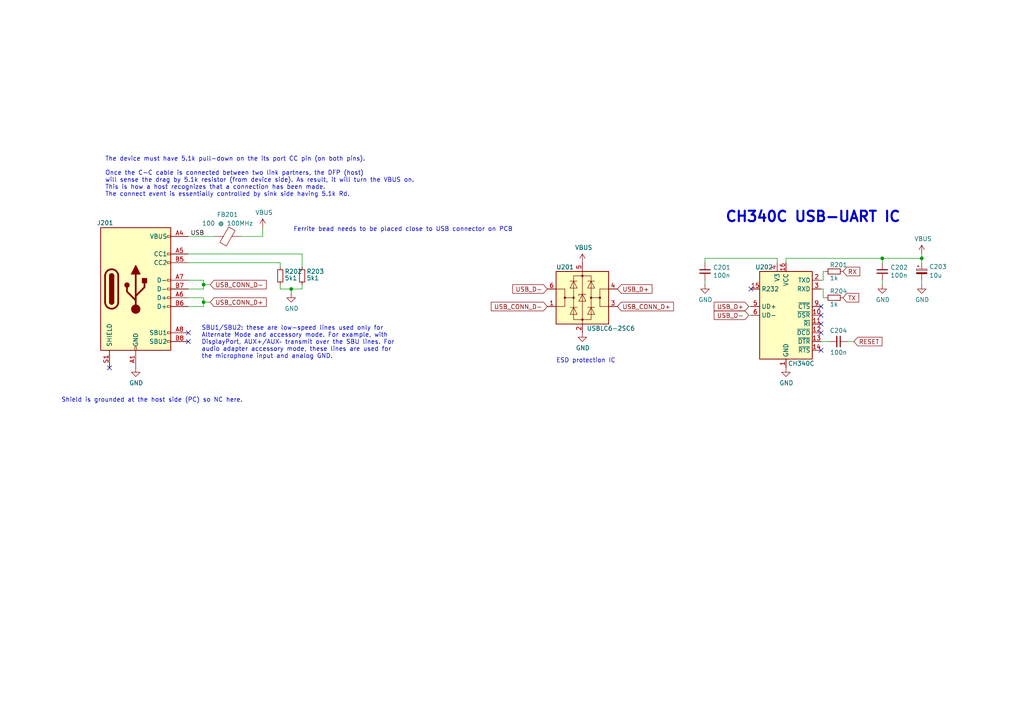
<source format=kicad_sch>
(kicad_sch (version 20211123) (generator eeschema)
  (paper "A4")
  (title_block (title "BoardGame") (date "2022-09-21") (rev "1"))
  (lib_symbols
    (symbol "Connector:USB_C_Receptacle_USB2.0" (pin_names (offset 1.016))
      (property "Reference" "J" (at -10.16 19.05 0))
      (property "Value" "USB_C_Receptacle_USB2.0" (at 19.05 19.05 0))
      (symbol "USB_C_Receptacle_USB2.0_0_0"
        (rectangle (start -0.254 -17.78) (end 0.254 -16.764))
        (rectangle (start 10.16 -14.986) (end 9.144 -15.494))
        (rectangle (start 10.16 -12.446) (end 9.144 -12.954))
        (rectangle (start 10.16 -4.826) (end 9.144 -5.334))
        (rectangle (start 10.16 -2.286) (end 9.144 -2.794))
        (rectangle (start 10.16 0.254) (end 9.144 -0.254))
        (rectangle (start 10.16 2.794) (end 9.144 2.286))
        (rectangle (start 10.16 7.874) (end 9.144 7.366))
        (rectangle (start 10.16 10.414) (end 9.144 9.906))
        (rectangle (start 10.16 15.494) (end 9.144 14.986))
      )
      (symbol "USB_C_Receptacle_USB2.0_0_1"
        (rectangle (start -10.16 17.78) (end 10.16 -17.78) (stroke (width 0.254)) (fill (type background)))
        (arc (start -8.89 -3.81) (mid -6.985 -5.715) (end -5.08 -3.81) (stroke (width 0.508)))
        (arc (start -7.62 -3.81) (mid -6.985 -4.445) (end -6.35 -3.81) (stroke (width 0.254)))
        (arc (start -7.62 -3.81) (mid -6.985 -4.445) (end -6.35 -3.81) (stroke (width 0.254)) (fill (type outline)))
        (rectangle (start -7.62 -3.81) (end -6.35 3.81) (stroke (width 0.254)) (fill (type outline)))
        (arc (start -6.35 3.81) (mid -6.985 4.445) (end -7.62 3.81) (stroke (width 0.254)))
        (arc (start -6.35 3.81) (mid -6.985 4.445) (end -7.62 3.81) (stroke (width 0.254)) (fill (type outline)))
        (arc (start -5.08 3.81) (mid -6.985 5.715) (end -8.89 3.81) (stroke (width 0.508)))
        (circle (center -2.54 1.143) (radius 0.635) (stroke (width 0.254)) (fill (type outline)))
        (circle (center 0 -5.842) (radius 1.27) (fill (type outline)))
        (polyline (pts (xy -8.89 -3.81) (xy -8.89 3.81)) (stroke (width 0.508)))
        (polyline (pts (xy -5.08 3.81) (xy -5.08 -3.81)) (stroke (width 0.508)))
        (polyline (pts (xy 0 -5.842) (xy 0 4.318)) (stroke (width 0.508)))
        (polyline (pts (xy 0 -3.302) (xy -2.54 -0.762) (xy -2.54 0.508)) (stroke (width 0.508)))
        (polyline (pts (xy 0 -2.032) (xy 2.54 0.508) (xy 2.54 1.778)) (stroke (width 0.508)))
        (polyline (pts (xy -1.27 4.318) (xy 0 6.858) (xy 1.27 4.318) (xy -1.27 4.318)) (stroke (width 0.254)) (fill (type outline)))
        (rectangle (start 1.905 1.778) (end 3.175 3.048) (stroke (width 0.254)) (fill (type outline)))
      )
      (symbol "USB_C_Receptacle_USB2.0_1_1"
        (pin passive line (at 0 -22.86 90) (length 5.08) (name "GND") (number "A1"))
        (pin passive line (at 0 -22.86 90) (length 5.08) hide (name "GND") (number "A12"))
        (pin passive line (at 15.24 15.24 180) (length 5.08) (name "VBUS") (number "A4"))
        (pin bidirectional line (at 15.24 10.16 180) (length 5.08) (name "CC1") (number "A5"))
        (pin bidirectional line (at 15.24 -2.54 180) (length 5.08) (name "D+") (number "A6"))
        (pin bidirectional line (at 15.24 2.54 180) (length 5.08) (name "D-") (number "A7"))
        (pin bidirectional line (at 15.24 -12.7 180) (length 5.08) (name "SBU1") (number "A8"))
        (pin passive line (at 15.24 15.24 180) (length 5.08) hide (name "VBUS") (number "A9"))
        (pin passive line (at 0 -22.86 90) (length 5.08) hide (name "GND") (number "B1"))
        (pin passive line (at 0 -22.86 90) (length 5.08) hide (name "GND") (number "B12"))
        (pin passive line (at 15.24 15.24 180) (length 5.08) hide (name "VBUS") (number "B4"))
        (pin bidirectional line (at 15.24 7.62 180) (length 5.08) (name "CC2") (number "B5"))
        (pin bidirectional line (at 15.24 -5.08 180) (length 5.08) (name "D+") (number "B6"))
        (pin bidirectional line (at 15.24 0 180) (length 5.08) (name "D-") (number "B7"))
        (pin bidirectional line (at 15.24 -15.24 180) (length 5.08) (name "SBU2") (number "B8"))
        (pin passive line (at 15.24 15.24 180) (length 5.08) hide (name "VBUS") (number "B9"))
        (pin passive line (at -7.62 -22.86 90) (length 5.08) (name "SHIELD") (number "S1"))
      )
    )
    (symbol "Device:C_Polarized_Small" (pin_numbers hide) (pin_names (offset 0.254) hide)
      (property "Reference" "C" (at 0.254 1.778 0))
      (property "Value" "C_Polarized_Small" (at 0.254 -2.032 0))
      (symbol "C_Polarized_Small_0_1"
        (rectangle (start -1.524 -0.3048) (end 1.524 -0.6858) (fill (type outline)))
        (rectangle (start -1.524 0.6858) (end 1.524 0.3048))
        (polyline (pts (xy -1.27 1.524) (xy -0.762 1.524)))
        (polyline (pts (xy -1.016 1.27) (xy -1.016 1.778)))
      )
      (symbol "C_Polarized_Small_1_1"
        (pin passive line (at 0 2.54 270) (length 1.8542) (name "~") (number "1"))
        (pin passive line (at 0 -2.54 90) (length 1.8542) (name "~") (number "2"))
      )
    )
    (symbol "Device:C_Small" (pin_numbers hide) (pin_names (offset 0.254) hide)
      (property "Reference" "C" (at 0.254 1.778 0))
      (property "Value" "C_Small" (at 0.254 -2.032 0))
      (symbol "C_Small_0_1"
        (polyline (pts (xy -1.524 -0.508) (xy 1.524 -0.508)) (stroke (width 0.3302)))
        (polyline (pts (xy -1.524 0.508) (xy 1.524 0.508)) (stroke (width 0.3048)))
      )
      (symbol "C_Small_1_1"
        (pin passive line (at 0 2.54 270) (length 2.032) (name "~") (number "1"))
        (pin passive line (at 0 -2.54 90) (length 2.032) (name "~") (number "2"))
      )
    )
    (symbol "Device:FerriteBead" (pin_numbers hide) (pin_names (offset 0))
      (property "Reference" "FB" (at -3.81 0.635 90))
      (property "Value" "FerriteBead" (at 3.81 0 90))
      (symbol "FerriteBead_0_1"
        (polyline (pts (xy 0 -1.27) (xy 0 -1.2192)))
        (polyline (pts (xy 0 1.27) (xy 0 1.2954)))
        (polyline (pts (xy -2.7686 0.4064) (xy -1.7018 2.2606) (xy 2.7686 -0.3048) (xy 1.6764 -2.159) (xy -2.7686 0.4064)))
      )
      (symbol "FerriteBead_1_1"
        (pin passive line (at 0 3.81 270) (length 2.54) (name "~") (number "1"))
        (pin passive line (at 0 -3.81 90) (length 2.54) (name "~") (number "2"))
      )
    )
    (symbol "Device:R_Small" (pin_numbers hide) (pin_names (offset 0.254) hide)
      (property "Reference" "R" (at 0.762 0.508 0))
      (property "Value" "R_Small" (at 0.762 -1.016 0))
      (symbol "R_Small_0_1"
        (rectangle (start -0.762 1.778) (end 0.762 -1.778) (stroke (width 0.2032)))
      )
      (symbol "R_Small_1_1"
        (pin passive line (at 0 2.54 270) (length 0.762) (name "~") (number "1"))
        (pin passive line (at 0 -2.54 90) (length 0.762) (name "~") (number "2"))
      )
    )
    (symbol "Interface_USB:CH340C"
      (property "Reference" "U" (at -5.08 13.97 0))
      (property "Value" "CH340C" (at 1.27 13.97 0))
      (symbol "CH340C_0_1"
        (rectangle (start -7.62 12.7) (end 7.62 -12.7) (stroke (width 0.254)) (fill (type background)))
      )
      (symbol "CH340C_1_1"
        (pin power_in line (at 0 -15.24 90) (length 2.54) (name "GND") (number "1"))
        (pin input line (at 10.16 0 180) (length 2.54) (name "~{DSR}") (number "10"))
        (pin input line (at 10.16 -2.54 180) (length 2.54) (name "~{RI}") (number "11"))
        (pin input line (at 10.16 -5.08 180) (length 2.54) (name "~{DCD}") (number "12"))
        (pin output line (at 10.16 -7.62 180) (length 2.54) (name "~{DTR}") (number "13"))
        (pin output line (at 10.16 -10.16 180) (length 2.54) (name "~{RTS}") (number "14"))
        (pin input line (at -10.16 7.62 0) (length 2.54) (name "R232") (number "15"))
        (pin power_in line (at 0 15.24 270) (length 2.54) (name "VCC") (number "16"))
        (pin output line (at 10.16 10.16 180) (length 2.54) (name "TXD") (number "2"))
        (pin input line (at 10.16 7.62 180) (length 2.54) (name "RXD") (number "3"))
        (pin passive line (at -2.54 15.24 270) (length 2.54) (name "V3") (number "4"))
        (pin bidirectional line (at -10.16 2.54 0) (length 2.54) (name "UD+") (number "5"))
        (pin bidirectional line (at -10.16 0 0) (length 2.54) (name "UD-") (number "6"))
        (pin no_connect line (at -7.62 -7.62 0) (length 2.54) hide (name "NC") (number "7"))
        (pin no_connect line (at -7.62 -10.16 0) (length 2.54) hide (name "NC") (number "8"))
        (pin input line (at 10.16 2.54 180) (length 2.54) (name "~{CTS}") (number "9"))
      )
    )
    (symbol "Power_Protection:USBLC6-2SC6" (pin_names hide)
      (property "Reference" "U" (at 2.54 8.89 0))
      (property "Value" "USBLC6-2SC6" (at 2.54 -8.89 0))
      (symbol "USBLC6-2SC6_0_1"
        (rectangle (start -7.62 -7.62) (end 7.62 7.62) (stroke (width 0.254)) (fill (type background)))
        (circle (center -5.08 0) (radius 0.254) (fill (type outline)))
        (circle (center -2.54 0) (radius 0.254) (fill (type outline)))
        (rectangle (start -2.54 6.35) (end 2.54 -6.35))
        (circle (center 0 -6.35) (radius 0.254) (fill (type outline)))
        (polyline (pts (xy -5.08 -2.54) (xy -7.62 -2.54)))
        (polyline (pts (xy -5.08 0) (xy -5.08 -2.54)))
        (polyline (pts (xy -5.08 2.54) (xy -7.62 2.54)))
        (polyline (pts (xy -1.524 -2.794) (xy -3.556 -2.794)))
        (polyline (pts (xy -1.524 4.826) (xy -3.556 4.826)))
        (polyline (pts (xy 0 -7.62) (xy 0 -6.35)))
        (polyline (pts (xy 0 -6.35) (xy 0 1.27)))
        (polyline (pts (xy 0 1.27) (xy 0 6.35)))
        (polyline (pts (xy 0 6.35) (xy 0 7.62)))
        (polyline (pts (xy 1.524 -2.794) (xy 3.556 -2.794)))
        (polyline (pts (xy 1.524 4.826) (xy 3.556 4.826)))
        (polyline (pts (xy 5.08 -2.54) (xy 7.62 -2.54)))
        (polyline (pts (xy 5.08 0) (xy 5.08 -2.54)))
        (polyline (pts (xy 5.08 2.54) (xy 7.62 2.54)))
        (polyline (pts (xy -2.54 0) (xy -5.08 0) (xy -5.08 2.54)))
        (polyline (pts (xy 2.54 0) (xy 5.08 0) (xy 5.08 2.54)))
        (polyline (pts (xy -3.556 -4.826) (xy -1.524 -4.826) (xy -2.54 -2.794) (xy -3.556 -4.826)))
        (polyline (pts (xy -3.556 2.794) (xy -1.524 2.794) (xy -2.54 4.826) (xy -3.556 2.794)))
        (polyline (pts (xy -1.016 -1.016) (xy 1.016 -1.016) (xy 0 1.016) (xy -1.016 -1.016)))
        (polyline (pts (xy 1.016 1.016) (xy 0.762 1.016) (xy -1.016 1.016) (xy -1.016 0.508)))
        (polyline (pts (xy 3.556 -4.826) (xy 1.524 -4.826) (xy 2.54 -2.794) (xy 3.556 -4.826)))
        (polyline (pts (xy 3.556 2.794) (xy 1.524 2.794) (xy 2.54 4.826) (xy 3.556 2.794)))
        (circle (center 0 6.35) (radius 0.254) (fill (type outline)))
        (circle (center 2.54 0) (radius 0.254) (fill (type outline)))
        (circle (center 5.08 0) (radius 0.254) (fill (type outline)))
      )
      (symbol "USBLC6-2SC6_1_1"
        (pin passive line (at -10.16 -2.54 0) (length 2.54) (name "I/O1") (number "1"))
        (pin passive line (at 0 -10.16 90) (length 2.54) (name "GND") (number "2"))
        (pin passive line (at 10.16 -2.54 180) (length 2.54) (name "I/O2") (number "3"))
        (pin passive line (at 10.16 2.54 180) (length 2.54) (name "I/O2") (number "4"))
        (pin passive line (at 0 10.16 270) (length 2.54) (name "VBUS") (number "5"))
        (pin passive line (at -10.16 2.54 0) (length 2.54) (name "I/O1") (number "6"))
      )
    )
    (symbol "power:GND" (power) (pin_names (offset 0))
      (property "Value" "GND" (at 0 -3.81 0))
      (symbol "GND_0_1"
        (polyline (pts (xy 0 0) (xy 0 -1.27) (xy 1.27 -1.27) (xy 0 -2.54) (xy -1.27 -1.27) (xy 0 -1.27)))
      )
      (symbol "GND_1_1"
        (pin power_in line (at 0 0 270) (length 0) hide (name "GND") (number "1"))
      )
    )
    (symbol "power:VBUS" (power) (pin_names (offset 0))
      (property "Value" "VBUS" (at 0 3.81 0))
      (symbol "VBUS_0_1"
        (polyline (pts (xy -0.762 1.27) (xy 0 2.54)))
        (polyline (pts (xy 0 0) (xy 0 2.54)))
        (polyline (pts (xy 0 2.54) (xy 0.762 1.27)))
      )
      (symbol "VBUS_1_1"
        (pin power_in line (at 0 0 90) (length 0) hide (name "VBUS") (number "1"))
      )
    )
  )
  (junction (at 59.055 82.55))
  (junction (at 267.335 74.93))
  (junction (at 255.905 74.93))
  (junction (at 84.455 83.82))
  (junction (at 59.055 87.63))
  (no_connect (at 31.75 106.68))
  (no_connect (at 238.125 101.6))
  (no_connect (at 54.61 99.06))
  (no_connect (at 238.125 96.52))
  (no_connect (at 238.125 91.44))
  (no_connect (at 238.125 93.98))
  (no_connect (at 54.61 96.52))
  (no_connect (at 238.125 88.9))
  (no_connect (at 217.805 83.82))
  (wire (pts (xy 255.905 82.55) (xy 255.905 81.28)))
  (wire (pts (xy 239.395 86.36) (xy 238.76 86.36)))
  (wire (pts (xy 255.905 74.93) (xy 267.335 74.93)))
  (wire (pts (xy 204.47 74.93) (xy 225.425 74.93)))
  (wire (pts (xy 217.17 88.9) (xy 217.805 88.9)))
  (wire (pts (xy 59.055 83.82) (xy 54.61 83.82)))
  (wire (pts (xy 54.61 81.28) (xy 59.055 81.28)))
  (wire (pts (xy 247.65 99.06) (xy 245.745 99.06)))
  (wire (pts (xy 81.28 83.82) (xy 84.455 83.82)))
  (wire (pts (xy 240.665 99.06) (xy 238.125 99.06)))
  (wire (pts (xy 238.76 83.82) (xy 238.125 83.82)))
  (wire (pts (xy 59.055 86.36) (xy 59.055 87.63)))
  (wire (pts (xy 59.055 81.28) (xy 59.055 82.55)))
  (wire (pts (xy 84.455 83.82) (xy 87.63 83.82)))
  (wire (pts (xy 267.335 73.66) (xy 267.335 74.93)))
  (wire (pts (xy 204.47 82.55) (xy 204.47 81.28)))
  (wire (pts (xy 238.125 81.28) (xy 238.76 81.28)))
  (wire (pts (xy 239.395 78.74) (xy 238.76 78.74)))
  (wire (pts (xy 227.965 76.2) (xy 227.965 74.93)))
  (wire (pts (xy 267.335 81.28) (xy 267.335 82.55)))
  (wire (pts (xy 76.2 68.58) (xy 76.2 66.04)))
  (wire (pts (xy 54.61 86.36) (xy 59.055 86.36)))
  (wire (pts (xy 227.965 74.93) (xy 255.905 74.93)))
  (wire (pts (xy 204.47 76.2) (xy 204.47 74.93)))
  (wire (pts (xy 54.61 73.66) (xy 87.63 73.66)))
  (wire (pts (xy 59.055 87.63) (xy 59.055 88.9)))
  (wire (pts (xy 238.76 86.36) (xy 238.76 83.82)))
  (wire (pts (xy 87.63 83.82) (xy 87.63 82.55)))
  (wire (pts (xy 59.055 88.9) (xy 54.61 88.9)))
  (wire (pts (xy 81.28 82.55) (xy 81.28 83.82)))
  (wire (pts (xy 238.76 78.74) (xy 238.76 81.28)))
  (wire (pts (xy 267.335 74.93) (xy 267.335 76.2)))
  (wire (pts (xy 81.28 76.2) (xy 81.28 77.47)))
  (wire (pts (xy 54.61 68.58) (xy 62.23 68.58)))
  (wire (pts (xy 255.905 74.93) (xy 255.905 76.2)))
  (wire (pts (xy 87.63 73.66) (xy 87.63 77.47)))
  (wire (pts (xy 59.055 82.55) (xy 60.96 82.55)))
  (wire (pts (xy 54.61 76.2) (xy 81.28 76.2)))
  (wire (pts (xy 59.055 87.63) (xy 60.96 87.63)))
  (wire (pts (xy 225.425 76.2) (xy 225.425 74.93)))
  (wire (pts (xy 59.055 82.55) (xy 59.055 83.82)))
  (wire (pts (xy 69.85 68.58) (xy 76.2 68.58)))
  (wire (pts (xy 217.17 91.44) (xy 217.805 91.44)))
  (wire (pts (xy 84.455 83.82) (xy 84.455 85.09)))
  (text "Shield is grounded at the host side (PC) so NC here." (at 17.78 116.84 0) (effects (font (size 1.27 1.27)) (justify left bottom)))
  (text "CH340C USB-UART IC" (at 210.185 64.77 0) (effects (font (size 3 3) (thickness 0.6) bold) (justify left bottom)))
  (text "ESD protection IC" (at 161.29 105.41 0) (effects (font (size 1.27 1.27)) (justify left bottom)))
  (text "The device must have 5.1k pull-down on the its port CC pin (on both pins).\n\nOnce the C-C cable is connected between two link partners, the DFP (host)\nwill sense the drag by 5.1k resistor (from device side). As result, it will turn the VBUS on.\nThis is how a host recognizes that a connection has been made.\nThe connect event is essentially controlled by sink side having 5.1k Rd." (at 30.48 57.15 0) (effects (font (size 1.27 1.27)) (justify left bottom)))
  (text "SBU1/SBU2: these are low-speed lines used only for\nAlternate Mode and accessory mode. For example, with\nDisplayPort, AUX+/AUX– transmit over the SBU lines. For\naudio adapter accessory mode, these lines are used for\nthe microphone input and analog GND." (at 58.42 104.14 0) (effects (font (size 1.27 1.27)) (justify left bottom)))
  (text "Ferrite bead needs to be placed close to USB connector on PCB" (at 85.09 67.31 0) (effects (font (size 1.27 1.27)) (justify left bottom)))
  (label "USB" (at 55.245 68.58 0))
  (global_label "USB_CONN_D+" (shape input) (at 179.07 88.9 0) (property "Intersheet References" "${INTERSHEET_REFS}" (effects hide)))
  (global_label "USB_D-" (shape input) (at 217.17 91.44 180) (property "Intersheet References" "${INTERSHEET_REFS}" (effects hide)))
  (global_label "USB_CONN_D-" (shape input) (at 158.75 88.9 180) (property "Intersheet References" "${INTERSHEET_REFS}" (effects hide)))
  (global_label "RESET" (shape input) (at 247.65 99.06 0) (property "Intersheet References" "${INTERSHEET_REFS}" (effects hide)))
  (global_label "USB_CONN_D-" (shape input) (at 60.96 82.55 0) (property "Intersheet References" "${INTERSHEET_REFS}" (effects hide)))
  (global_label "RX" (shape input) (at 244.475 78.74 0) (property "Intersheet References" "${INTERSHEET_REFS}" (effects hide)))
  (global_label "USB_CONN_D+" (shape input) (at 60.96 87.63 0) (property "Intersheet References" "${INTERSHEET_REFS}" (effects hide)))
  (global_label "USB_D+" (shape input) (at 217.17 88.9 180) (property "Intersheet References" "${INTERSHEET_REFS}" (effects hide)))
  (global_label "USB_D+" (shape input) (at 179.07 83.82 0) (property "Intersheet References" "${INTERSHEET_REFS}" (effects hide)))
  (global_label "TX" (shape input) (at 244.475 86.36 0) (property "Intersheet References" "${INTERSHEET_REFS}" (effects hide)))
  (global_label "USB_D-" (shape input) (at 158.75 83.82 180) (property "Intersheet References" "${INTERSHEET_REFS}" (effects hide)))
  (symbol (lib_id "Connector:USB_C_Receptacle_USB2.0") (at 39.37 83.82 0) (unit 1)
    (property "Reference" "J201" (at 30.48 64.643 0))
    (property "Value" "USB_C_Receptacle_USB2.0" (effects hide))
    (property "Footprint" "Footprints:USB_C_Receptacle_HRO_TYPE-C-31-M-12" (effects hide))
    (property "Datasheet" "https://www.usb.org/sites/default/files/documents/usb_type-c.zip" (effects hide))
    (property "Basic/Extended" "-" (effects hide))
    (property "JLCPCB Part #" "-" (effects hide))
    (property "Ostalo" "32976750426" (effects hide))
    (property "U labosu?" "da" (effects hide))
  )
  (symbol (lib_id "power:VBUS") (at 267.335 73.66 0) (unit 1)
    (property "Reference" "#PWR0202" (effects hide))
    (property "Value" "VBUS" (at 267.716 69.2658 0))
  )
  (symbol (lib_id "power:GND") (at 267.335 82.55 0) (unit 1)
    (property "Reference" "#PWR0206" (effects hide))
    (property "Value" "GND" (at 267.462 86.9442 0))
  )
  (symbol (lib_id "power:GND") (at 255.905 82.55 0) (unit 1)
    (property "Reference" "#PWR0205" (effects hide))
    (property "Value" "GND" (at 256.032 86.9442 0))
  )
  (symbol (lib_id "Device:C_Small") (at 255.905 78.74 0) (unit 1)
    (property "Reference" "C202" (at 258.2418 77.5716 0) (effects (justify left)))
    (property "Value" "100n" (at 258.2418 79.883 0) (effects (justify left)))
    (property "Footprint" "Capacitor_SMD:C_0603_1608Metric" (effects hide))
    (property "Basic/Extended" "Basic" (effects hide))
    (property "JLCPCB Part #" "C113803" (effects hide))
    (property "U labosu?" "ne" (effects hide))
  )
  (symbol (lib_id "Device:C_Small") (at 243.205 99.06 270) (unit 1)
    (property "Reference" "C204" (at 243.205 95.885 90))
    (property "Value" "100n" (at 243.205 102.235 90))
    (property "Footprint" "Capacitor_SMD:C_0603_1608Metric" (effects hide))
    (property "Basic/Extended" "Basic" (effects hide))
    (property "JLCPCB Part #" "C113803" (effects hide))
    (property "U labosu?" "ne" (effects hide))
  )
  (symbol (lib_id "Device:R_Small") (at 241.935 86.36 270) (unit 1)
    (property "Reference" "R204" (at 240.665 84.455 90) (effects (justify left)))
    (property "Value" "1k" (at 240.665 88.265 90) (effects (justify left)))
    (property "Footprint" "Resistor_SMD:R_0603_1608Metric" (effects hide))
    (property "U labosu?" "da" (effects hide))
  )
  (symbol (lib_id "power:VBUS") (at 168.91 76.2 0) (unit 1)
    (property "Reference" "#PWR0203" (effects hide))
    (property "Value" "VBUS" (at 169.291 71.8058 0))
  )
  (symbol (lib_id "power:GND") (at 84.455 85.09 0) (unit 1)
    (property "Reference" "#PWR0207" (effects hide))
    (property "Value" "GND" (at 84.582 89.4842 0))
  )
  (symbol (lib_id "Device:C_Small") (at 204.47 78.74 0) (unit 1)
    (property "Reference" "C201" (at 206.8068 77.5716 0) (effects (justify left)))
    (property "Value" "100n" (at 206.8068 79.883 0) (effects (justify left)))
    (property "Footprint" "Capacitor_SMD:C_0603_1608Metric" (effects hide))
    (property "U labosu?" "ne" (effects hide))
    (property "JLCPCB Part #" "C113803" (effects hide))
  )
  (symbol (lib_id "power:VBUS") (at 76.2 66.04 0) (unit 1)
    (property "Reference" "#PWR0201" (effects hide))
    (property "Value" "VBUS" (at 76.581 61.6458 0))
  )
  (symbol (lib_id "Device:R_Small") (at 81.28 80.01 0) (unit 1)
    (property "Reference" "R202" (at 82.55 78.74 0) (effects (justify left)))
    (property "Value" "5k1" (at 82.55 80.645 0) (effects (justify left)))
    (property "Footprint" "Resistor_SMD:R_0603_1608Metric" (effects hide))
    (property "JLCPCB Part #" "C3017721" (effects hide))
    (property "U labosu?" "ne" (effects hide))
  )
  (symbol (lib_id "Device:R_Small") (at 87.63 80.01 0) (unit 1)
    (property "Reference" "R203" (at 88.9 78.74 0) (effects (justify left)))
    (property "Value" "5k1" (at 88.9 80.645 0) (effects (justify left)))
    (property "Footprint" "Resistor_SMD:R_0603_1608Metric" (effects hide))
    (property "JLCPCB Part #" "C3017721" (effects hide))
    (property "U labosu?" "ne" (effects hide))
  )
  (symbol (lib_id "Interface_USB:CH340C") (at 227.965 91.44 0) (unit 1)
    (property "Reference" "U202" (at 221.615 77.47 0))
    (property "Value" "CH340C" (at 232.41 105.41 0))
    (property "Footprint" "Package_SO:SOIC-16_3.9x9.9mm_P1.27mm" (effects hide))
    (property "Datasheet" "https://datasheet.lcsc.com/szlcsc/Jiangsu-Qin-Heng-CH340C_C84681.pdf" (effects hide))
    (property "U labosu?" "da" (effects hide))
  )
  (symbol (lib_id "power:GND") (at 39.37 106.68 0) (unit 1)
    (property "Reference" "#PWR0209" (effects hide))
    (property "Value" "GND" (at 39.497 111.0742 0))
  )
  (symbol (lib_id "Device:C_Polarized_Small") (at 267.335 78.74 0) (unit 1)
    (property "Reference" "C203" (at 269.494 77.3592 0) (effects (justify left)))
    (property "Value" "10u" (at 269.494 79.8961 0) (effects (justify left)))
    (property "Footprint" "Capacitor_Tantalum_SMD:CP_EIA-3528-21_Kemet-B" (effects hide))
    (property "JLCPCB Part #" "C2798040" (effects hide))
    (property "U labosu?" "ne" (effects hide))
  )
  (symbol (lib_id "Device:R_Small") (at 241.935 78.74 270) (unit 1)
    (property "Reference" "R201" (at 240.665 76.835 90) (effects (justify left)))
    (property "Value" "1k" (at 240.665 80.645 90) (effects (justify left)))
    (property "Footprint" "Resistor_SMD:R_0603_1608Metric" (effects hide))
    (property "U labosu?" "da" (effects hide))
  )
  (symbol (lib_id "Device:FerriteBead") (at 66.04 68.58 90) (unit 1)
    (property "Reference" "FB201" (at 65.9892 62.2386 90))
    (property "Value" "100 @ 100MHz" (at 65.9892 64.7755 90))
    (property "Footprint" "Resistor_SMD:R_0603_1608Metric" (effects hide))
    (property "JLCPCB Part #" "C107332" (effects hide))
    (property "U labosu?" "ne" (effects hide))
  )
  (symbol (lib_id "power:GND") (at 227.965 106.68 0) (unit 1)
    (property "Reference" "#PWR0210" (effects hide))
    (property "Value" "GND" (at 228.092 111.0742 0))
  )
  (symbol (lib_id "power:GND") (at 168.91 96.52 0) (unit 1)
    (property "Reference" "#PWR0208" (effects hide))
    (property "Value" "GND" (at 169.037 100.9142 0))
  )
  (symbol (lib_id "Power_Protection:USBLC6-2SC6") (at 168.91 86.36 0) (unit 1)
    (property "Reference" "U201" (at 161.29 77.47 0) (effects (justify left)))
    (property "Value" "USBLC6-2SC6" (at 170.18 95.25 0) (effects (justify left)))
    (property "Footprint" "Package_TO_SOT_SMD:SOT-23-6" (effects hide))
    (property "Datasheet" "https://www.st.com/resource/en/datasheet/usblc6-2.pdf" (effects hide))
    (property "JLCPCB Part #" "C3029034" (effects hide))
    (property "U labosu?" "ne" (effects hide))
  )
  (symbol (lib_id "power:GND") (at 204.47 82.55 0) (unit 1)
    (property "Reference" "#PWR0204" (effects hide))
    (property "Value" "GND" (at 204.597 86.9442 0))
  )
)
</source>
